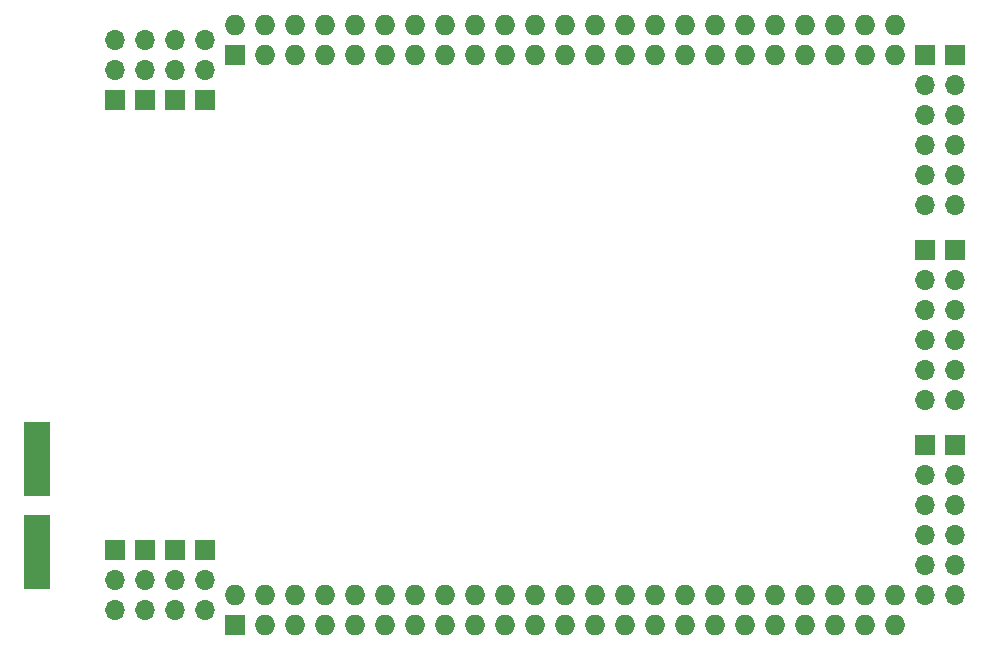
<source format=gbr>
%TF.GenerationSoftware,KiCad,Pcbnew,(6.0.7)*%
%TF.CreationDate,2022-09-24T01:25:37-04:00*%
%TF.ProjectId,motorBoard,6d6f746f-7242-46f6-9172-642e6b696361,rev?*%
%TF.SameCoordinates,Original*%
%TF.FileFunction,Soldermask,Bot*%
%TF.FilePolarity,Negative*%
%FSLAX46Y46*%
G04 Gerber Fmt 4.6, Leading zero omitted, Abs format (unit mm)*
G04 Created by KiCad (PCBNEW (6.0.7)) date 2022-09-24 01:25:37*
%MOMM*%
%LPD*%
G01*
G04 APERTURE LIST*
%ADD10R,1.727200X1.727200*%
%ADD11O,1.727200X1.727200*%
%ADD12R,1.700000X1.700000*%
%ADD13O,1.700000X1.700000*%
%ADD14R,2.250000X6.250000*%
G04 APERTURE END LIST*
D10*
%TO.C,P9*%
X101600000Y-101600000D03*
D11*
X101600000Y-99060000D03*
X104140000Y-101600000D03*
X104140000Y-99060000D03*
X106680000Y-101600000D03*
X106680000Y-99060000D03*
X109220000Y-101600000D03*
X109220000Y-99060000D03*
X111760000Y-101600000D03*
X111760000Y-99060000D03*
X114300000Y-101600000D03*
X114300000Y-99060000D03*
X116840000Y-101600000D03*
X116840000Y-99060000D03*
X119380000Y-101600000D03*
X119380000Y-99060000D03*
X121920000Y-101600000D03*
X121920000Y-99060000D03*
X124460000Y-101600000D03*
X124460000Y-99060000D03*
X127000000Y-101600000D03*
X127000000Y-99060000D03*
X129540000Y-101600000D03*
X129540000Y-99060000D03*
X132080000Y-101600000D03*
X132080000Y-99060000D03*
X134620000Y-101600000D03*
X134620000Y-99060000D03*
X137160000Y-101600000D03*
X137160000Y-99060000D03*
X139700000Y-101600000D03*
X139700000Y-99060000D03*
X142240000Y-101600000D03*
X142240000Y-99060000D03*
X144780000Y-101600000D03*
X144780000Y-99060000D03*
X147320000Y-101600000D03*
X147320000Y-99060000D03*
X149860000Y-101600000D03*
X149860000Y-99060000D03*
X152400000Y-101600000D03*
X152400000Y-99060000D03*
X154940000Y-101600000D03*
X154940000Y-99060000D03*
X157480000Y-101600000D03*
X157480000Y-99060000D03*
%TD*%
D10*
%TO.C,P8*%
X101600000Y-53340000D03*
D11*
X101600000Y-50800000D03*
X104140000Y-53340000D03*
X104140000Y-50800000D03*
X106680000Y-53340000D03*
X106680000Y-50800000D03*
X109220000Y-53340000D03*
X109220000Y-50800000D03*
X111760000Y-53340000D03*
X111760000Y-50800000D03*
X114300000Y-53340000D03*
X114300000Y-50800000D03*
X116840000Y-53340000D03*
X116840000Y-50800000D03*
X119380000Y-53340000D03*
X119380000Y-50800000D03*
X121920000Y-53340000D03*
X121920000Y-50800000D03*
X124460000Y-53340000D03*
X124460000Y-50800000D03*
X127000000Y-53340000D03*
X127000000Y-50800000D03*
X129540000Y-53340000D03*
X129540000Y-50800000D03*
X132080000Y-53340000D03*
X132080000Y-50800000D03*
X134620000Y-53340000D03*
X134620000Y-50800000D03*
X137160000Y-53340000D03*
X137160000Y-50800000D03*
X139700000Y-53340000D03*
X139700000Y-50800000D03*
X142240000Y-53340000D03*
X142240000Y-50800000D03*
X144780000Y-53340000D03*
X144780000Y-50800000D03*
X147320000Y-53340000D03*
X147320000Y-50800000D03*
X149860000Y-53340000D03*
X149860000Y-50800000D03*
X152400000Y-53340000D03*
X152400000Y-50800000D03*
X154940000Y-53340000D03*
X154940000Y-50800000D03*
X157480000Y-53340000D03*
X157480000Y-50800000D03*
%TD*%
D12*
%TO.C,J401*%
X160020000Y-53340000D03*
D13*
X160020000Y-55880000D03*
X160020000Y-58420000D03*
X160020000Y-60960000D03*
X160020000Y-63500000D03*
X160020000Y-66040000D03*
%TD*%
D12*
%TO.C,J201*%
X160020000Y-86360000D03*
D13*
X160020000Y-88900000D03*
X160020000Y-91440000D03*
X160020000Y-93980000D03*
X160020000Y-96520000D03*
X160020000Y-99060000D03*
%TD*%
D12*
%TO.C,J301*%
X160020000Y-69850000D03*
D13*
X160020000Y-72390000D03*
X160020000Y-74930000D03*
X160020000Y-77470000D03*
X160020000Y-80010000D03*
X160020000Y-82550000D03*
%TD*%
D12*
%TO.C,J501*%
X162560000Y-53340000D03*
D13*
X162560000Y-55880000D03*
X162560000Y-58420000D03*
X162560000Y-60960000D03*
X162560000Y-63500000D03*
X162560000Y-66040000D03*
%TD*%
D12*
%TO.C,J701*%
X162560000Y-86360000D03*
D13*
X162560000Y-88900000D03*
X162560000Y-91440000D03*
X162560000Y-93980000D03*
X162560000Y-96520000D03*
X162560000Y-99060000D03*
%TD*%
D12*
%TO.C,J601*%
X162560000Y-69850000D03*
D13*
X162560000Y-72390000D03*
X162560000Y-74930000D03*
X162560000Y-77470000D03*
X162560000Y-80010000D03*
X162560000Y-82550000D03*
%TD*%
D12*
%TO.C,J1501*%
X91440000Y-95250000D03*
D13*
X91440000Y-97790000D03*
X91440000Y-100330000D03*
%TD*%
D12*
%TO.C,J1301*%
X96520000Y-95250000D03*
D13*
X96520000Y-97790000D03*
X96520000Y-100330000D03*
%TD*%
D12*
%TO.C,J1201*%
X99060000Y-95250000D03*
D13*
X99060000Y-97790000D03*
X99060000Y-100330000D03*
%TD*%
D12*
%TO.C,J1101*%
X99060000Y-57150000D03*
D13*
X99060000Y-54610000D03*
X99060000Y-52070000D03*
%TD*%
D12*
%TO.C,J1001*%
X96520000Y-57150000D03*
D13*
X96520000Y-54610000D03*
X96520000Y-52070000D03*
%TD*%
D12*
%TO.C,J901*%
X93980000Y-57150000D03*
D13*
X93980000Y-54610000D03*
X93980000Y-52070000D03*
%TD*%
D12*
%TO.C,J801*%
X91440000Y-57150000D03*
D13*
X91440000Y-54610000D03*
X91440000Y-52070000D03*
%TD*%
D12*
%TO.C,J1401*%
X93980000Y-95250000D03*
D13*
X93980000Y-97790000D03*
X93980000Y-100330000D03*
%TD*%
D14*
%TO.C,J101*%
X84836000Y-95390000D03*
X84836000Y-87490000D03*
%TD*%
M02*

</source>
